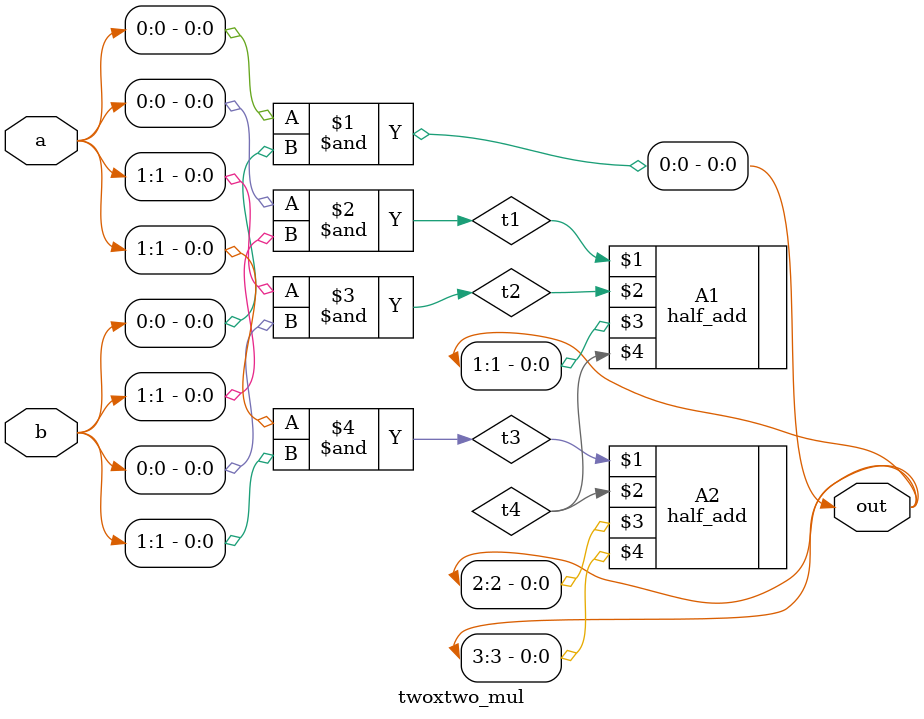
<source format=v>
`timescale 1ns / 1ps
module twoxtwo_mul(
    input [1:0] a,
    input [1:0] b,
    output [3:0] out
    );
	 
	 wire t1,t2,t3;
	 
	 assign out[0]=a[0]&b[0];
	 
	 assign t1=a[0]&b[1];
	 assign t2=a[1]&b[0];
	 
	 assign t3=a[1]&b[1];
	 
	 half_add A1 (t1,t2,out[1],t4);
	 half_add A2 (t3,t4,out[2],out[3]);
	 
endmodule

</source>
